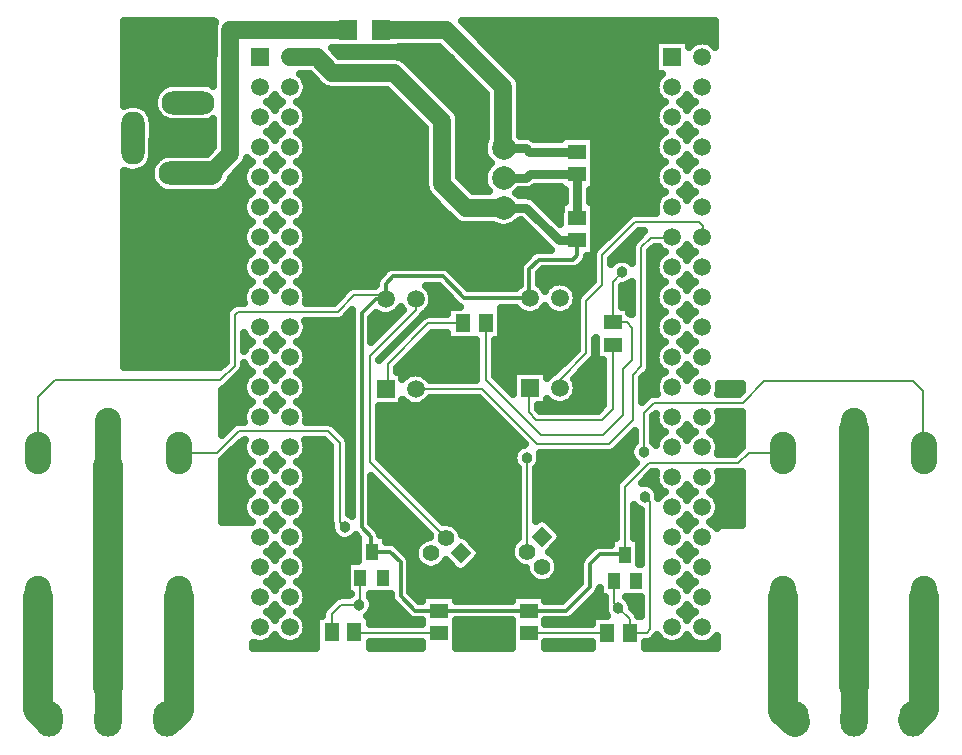
<source format=gbr>
G04 DipTrace 3.0.0.1*
G04 Top.gbr*
%MOIN*%
G04 #@! TF.FileFunction,Copper,L1,Top*
G04 #@! TF.Part,Single*
%AMOUTLINE0*5,1,4,0,0,0.070866,90.0*%
%AMOUTLINE3*5,1,4,0,0,0.070866,-180.0*%
G04 #@! TA.AperFunction,Conductor*
%ADD14C,0.008*%
%ADD15C,0.03*%
G04 #@! TA.AperFunction,ComponentPad*
%ADD16C,0.059055*%
G04 #@! TA.AperFunction,Conductor*
%ADD17C,0.06*%
%ADD18C,0.012*%
%ADD19C,0.090551*%
%ADD20C,0.1*%
%ADD21C,0.086614*%
G04 #@! TA.AperFunction,ComponentPad*
%ADD22C,0.07874*%
G04 #@! TA.AperFunction,CopperBalancing*
%ADD23C,0.025*%
G04 #@! TA.AperFunction,ComponentPad*
%ADD24O,0.090551X0.11811*%
%ADD25R,0.059055X0.051181*%
%ADD26R,0.062992X0.070866*%
G04 #@! TA.AperFunction,ComponentPad*
%ADD27O,0.177165X0.07874*%
%ADD28O,0.19685X0.07874*%
%ADD29O,0.07874X0.177165*%
%ADD30O,0.086614X0.141732*%
%ADD31R,0.051181X0.059055*%
G04 #@! TA.AperFunction,ComponentPad*
%ADD32R,0.059055X0.059055*%
%ADD33C,0.055118*%
%ADD34C,0.059055*%
%ADD36R,0.03937X0.055118*%
G04 #@! TA.AperFunction,ViaPad*
%ADD37C,0.038*%
G04 #@! TA.AperFunction,ComponentPad*
%ADD79OUTLINE0*%
%ADD82OUTLINE3*%
%FSLAX26Y26*%
G04*
G70*
G90*
G75*
G01*
G04 Top*
%LPD*%
X1477953Y876772D2*
D14*
Y936614D1*
X1510630Y969291D1*
X1570079D1*
X1574409Y1059055D2*
Y969291D1*
X1570079D1*
X969252Y1475906D2*
X1096772D1*
X1168110Y1547244D1*
X1466929D1*
X1504724Y1509449D1*
Y1244094D1*
X1521654Y1227165D1*
X2297244Y2184252D2*
D15*
X2234646D1*
X2127165Y2291732D1*
X2052756D1*
X2051575Y2290551D1*
D16*
X1992047D1*
D17*
X1925591D1*
X1846457Y2369685D1*
Y2581496D1*
X1686614Y2741339D1*
X1480709D1*
X1428346Y2793701D1*
X1338976D1*
X2297244Y2184252D2*
D18*
Y2133071D1*
X2283465Y2119291D1*
X2168504D1*
X2137795Y2088583D1*
Y1991732D1*
X2138583Y1990945D1*
X1920866D1*
X1848819Y2062992D1*
X1681890D1*
X1658268Y2039370D1*
Y1987402D1*
X1625591D1*
X1577953Y1939764D1*
Y1226378D1*
X1608661Y1195669D1*
Y1148819D1*
X1611811Y1145669D1*
X1673622D1*
X1707874Y1111417D1*
Y997638D1*
X1755906Y949606D1*
X1837008D1*
X2135039D1*
X2261024D1*
X2340157Y1028740D1*
Y1105118D1*
X2372047Y1137008D1*
X2455118D1*
X2456299Y1135827D1*
D14*
Y1361811D1*
X2534646Y1440157D1*
X2833858D1*
X2869291Y1475591D1*
X2983189D1*
X2983504Y1475906D1*
X499252D2*
Y1660669D1*
X556299Y1717717D1*
X1107480D1*
X1155906Y1766142D1*
Y1933858D1*
X1167323Y1945276D1*
X1498425D1*
X1553937Y2000787D1*
X1644882D1*
X1658268Y1987402D1*
X2297244Y2403937D2*
D15*
X2138583D1*
X2126772Y2392126D1*
X2053150D1*
X2051575Y2390551D1*
X2297244Y2259055D2*
Y2403937D1*
X1916535Y1906693D2*
D14*
X1801181D1*
X1664567Y1770079D1*
Y1693701D1*
X1658268Y1687402D1*
X2472047Y875197D2*
Y920079D1*
X2433465Y958661D1*
X2418898Y1049213D2*
Y973228D1*
X2433465Y958661D1*
X2472047Y875197D2*
X2529528D1*
X2540945Y886614D1*
Y1309843D1*
X2521260Y1329528D1*
X2519291Y1477165D2*
Y1609449D1*
X2551575Y1641732D1*
X2849213D1*
X2920866Y1713386D1*
X3416929D1*
X3450000Y1680315D1*
Y1479409D1*
X3453504Y1475906D1*
X1758268Y1987402D2*
Y1950394D1*
X1605512Y1797638D1*
Y1444488D1*
X1859843Y1190157D1*
X1991339Y1906693D2*
Y1718110D1*
X2175591Y1533858D1*
X2382283D1*
X2451181Y1602756D1*
Y1754724D1*
X2480315Y1783858D1*
Y1892520D1*
X2462205Y1910630D1*
X2414567D1*
Y2045276D1*
X2446457Y2077165D1*
X2414567Y1835827D2*
Y1620472D1*
X2379528Y1585433D1*
X2160630D1*
X2136220Y1609843D1*
Y1688583D1*
X2138583Y1690945D1*
X2129921Y1145276D2*
Y1457874D1*
X2129134Y1458661D1*
X1837008Y874803D2*
X1554724D1*
X1552756Y876772D1*
X734252Y589370D2*
D19*
Y696063D1*
D20*
Y1432677D1*
D21*
Y1555906D1*
X2135039Y874803D2*
D14*
X2396850D1*
X2397244Y875197D1*
X3218110Y589370D2*
D19*
Y698425D1*
D20*
Y1555512D1*
D21*
X3218504Y1555906D1*
X3414961Y589370D2*
D19*
Y583465D1*
D20*
X3453504Y622008D1*
Y995906D1*
X931102Y589370D2*
D19*
X940551D1*
D20*
X969252Y618071D1*
Y995906D1*
X3021260Y589370D2*
D19*
Y577953D1*
D20*
X2983504Y615709D1*
Y995906D1*
X1000394Y2406299D2*
D22*
X1077559D1*
D17*
X1140945Y2469685D1*
Y2885827D1*
X1533071D1*
X1643307D2*
X1861024D1*
X2050787Y2696063D1*
Y2491339D1*
D16*
X2051575Y2490551D1*
X2297244Y2478740D2*
D15*
X2137008D1*
X2125591Y2490157D1*
X2051969D1*
X2051575Y2490551D1*
X537402Y589370D2*
D19*
X531890D1*
D20*
X499252Y622008D1*
Y995906D1*
X1758268Y1687402D2*
D14*
X1981102D1*
X2163780Y1504724D1*
X2402362D1*
X2482283Y1584646D1*
Y1736220D1*
X2510236Y1764173D1*
Y2160630D1*
X2542520Y2192913D1*
X2612992D1*
X2613780Y2193701D1*
X2238583Y1690945D2*
Y1719291D1*
X2325984Y1806693D1*
Y1980315D1*
X2380315Y2034646D1*
Y2134646D1*
X2490157Y2244488D1*
X2702362D1*
X2714961Y2231890D1*
Y2194882D1*
X2713780Y2193701D1*
D37*
X1570079Y969291D3*
X1521654Y1227165D3*
X2433465Y958661D3*
X2521260Y1329528D3*
X2519291Y1477165D3*
X2446457Y2077165D3*
X2129134Y1458661D3*
X789022Y2889387D2*
D23*
X1082070D1*
X1939852D2*
X2754286D1*
X789022Y2864518D2*
X1081971D1*
X1964706D2*
X2754286D1*
X789022Y2839650D2*
X1081971D1*
X1989608D2*
X2555262D1*
X789022Y2814781D2*
X1081971D1*
X1489656D2*
X1849696D1*
X2014462D2*
X2555262D1*
X789022Y2789912D2*
X1081971D1*
X1717978D2*
X1874550D1*
X2039315D2*
X2555262D1*
X789022Y2765043D2*
X1081971D1*
X1745322D2*
X1899403D1*
X2064218D2*
X2555262D1*
X789022Y2740175D2*
X1081971D1*
X1770175D2*
X1924306D1*
X2089071D2*
X2555262D1*
X789022Y2715306D2*
X1081971D1*
X1393172D2*
X1424354D1*
X1795028D2*
X1949159D1*
X2106406D2*
X2559608D1*
X789022Y2690437D2*
X903504D1*
X1397420D2*
X1453699D1*
X1819930D2*
X1974012D1*
X2109774D2*
X2555360D1*
X789022Y2665568D2*
X887000D1*
X1389902D2*
X1679970D1*
X1844783D2*
X1991786D1*
X2109774D2*
X2562831D1*
X789022Y2640699D2*
X882850D1*
X1271982D2*
X1305995D1*
X1371982D2*
X1704871D1*
X1869638D2*
X1991786D1*
X2109774D2*
X2580799D1*
X2646786D2*
X2680799D1*
X868416Y2615831D2*
X888466D1*
X1392928D2*
X1729726D1*
X1893807D2*
X1991786D1*
X2109774D2*
X2559803D1*
X881406Y2590962D2*
X907703D1*
X1397420D2*
X1754579D1*
X1904647D2*
X1991786D1*
X2109774D2*
X2555311D1*
X883699Y2566093D2*
X1081971D1*
X1390243D2*
X1779482D1*
X1905428D2*
X1991786D1*
X2109774D2*
X2562538D1*
X883699Y2541224D2*
X1081971D1*
X1271151D2*
X1306824D1*
X1371151D2*
X1787490D1*
X1905428D2*
X1991786D1*
X2109774D2*
X2581630D1*
X2645955D2*
X2681630D1*
X883699Y2516356D2*
X1081971D1*
X1392734D2*
X1787490D1*
X1905428D2*
X1988466D1*
X2355770D2*
X2560047D1*
X883699Y2491487D2*
X1080360D1*
X1397470D2*
X1787490D1*
X1905428D2*
X1983240D1*
X2355770D2*
X2555311D1*
X883163Y2466618D2*
X912391D1*
X1390535D2*
X1787490D1*
X1905428D2*
X1987734D1*
X2355770D2*
X2562244D1*
X874570Y2441749D2*
X883316D1*
X1192538D2*
X1207655D1*
X1270272D2*
X1307655D1*
X1370272D2*
X1787490D1*
X1905428D2*
X2004823D1*
X2355770D2*
X2582459D1*
X2645076D2*
X2682459D1*
X848446Y2416881D2*
X873818D1*
X1170516D2*
X1185487D1*
X1392490D2*
X1787490D1*
X1905428D2*
X1988710D1*
X2355770D2*
X2560291D1*
X789022Y2392012D2*
X874550D1*
X1145663D2*
X1180507D1*
X1397470D2*
X1787490D1*
X1906503D2*
X1983240D1*
X2355770D2*
X2555262D1*
X789022Y2367143D2*
X885878D1*
X1133016D2*
X1187147D1*
X1390780D2*
X1787538D1*
X1931406D2*
X1987490D1*
X2355770D2*
X2561951D1*
X789022Y2342274D2*
X923378D1*
X1095516D2*
X1208583D1*
X1269394D2*
X1308583D1*
X1369394D2*
X1794570D1*
X2098886D2*
X2253260D1*
X2341219D2*
X2583387D1*
X2644198D2*
X2683387D1*
X789022Y2317406D2*
X1185731D1*
X1392244D2*
X1816346D1*
X2162655D2*
X2253260D1*
X2341219D2*
X2560535D1*
X789022Y2292537D2*
X1180458D1*
X1397470D2*
X1841199D1*
X2187558D2*
X2238710D1*
X2355770D2*
X2555262D1*
X789022Y2267668D2*
X1186854D1*
X1391072D2*
X1866102D1*
X2212411D2*
X2238710D1*
X2355770D2*
X2467860D1*
X789022Y2242799D2*
X1209510D1*
X1268466D2*
X1309510D1*
X1368466D2*
X1892908D1*
X2099423D2*
X2114932D1*
X2355770D2*
X2442860D1*
X789022Y2217930D2*
X1185975D1*
X1392000D2*
X2139783D1*
X2355770D2*
X2417958D1*
X789022Y2193062D2*
X1180458D1*
X1397470D2*
X2164638D1*
X2355770D2*
X2393104D1*
X2484335D2*
X2497059D1*
X789022Y2168193D2*
X1186610D1*
X1391366D2*
X2189539D1*
X2355770D2*
X2368251D1*
X2459482D2*
X2478211D1*
X789022Y2143324D2*
X1210487D1*
X1267490D2*
X1310487D1*
X1367490D2*
X2144130D1*
X2434627D2*
X2477235D1*
X2543222D2*
X2585291D1*
X2642294D2*
X2685291D1*
X789022Y2118455D2*
X1186219D1*
X1391707D2*
X2119227D1*
X2328768D2*
X2347303D1*
X2413290D2*
X2424891D1*
X2468075D2*
X2477265D1*
X2543222D2*
X2561024D1*
X789022Y2093587D2*
X1180458D1*
X1397518D2*
X1668446D1*
X1862264D2*
X2103211D1*
X2305819D2*
X2347303D1*
X2543222D2*
X2555262D1*
X789022Y2068718D2*
X1186318D1*
X1391610D2*
X1639150D1*
X1891562D2*
X2102822D1*
X2172811D2*
X2347303D1*
X2543222D2*
X2561122D1*
X789022Y2043849D2*
X1210927D1*
X1267050D2*
X1310927D1*
X1367050D2*
X1623572D1*
X1916415D2*
X2102822D1*
X2172811D2*
X2217664D1*
X2259482D2*
X2343886D1*
X2543222D2*
X2585731D1*
X2641854D2*
X2685731D1*
X789022Y2018980D2*
X1186463D1*
X1391463D2*
X1526503D1*
X1807039D2*
X1844374D1*
X2289559D2*
X2319031D1*
X2447567D2*
X2477235D1*
X2543222D2*
X2561268D1*
X789022Y1994112D2*
X1180458D1*
X1397518D2*
X1501650D1*
X1816366D2*
X1869227D1*
X2447567D2*
X2477235D1*
X2543222D2*
X2555262D1*
X789022Y1969243D2*
X1145986D1*
X1813778D2*
X1894130D1*
X2447567D2*
X2477235D1*
X2543222D2*
X2560878D1*
X789022Y1944374D2*
X1124794D1*
X1696639D2*
X1706630D1*
X1796639D2*
X1861951D1*
X2045907D2*
X2104970D1*
X2172226D2*
X2204970D1*
X2272226D2*
X2293007D1*
X2543222D2*
X2584706D1*
X2642831D2*
X2684706D1*
X789022Y1919505D2*
X1122890D1*
X1517244D2*
X1542958D1*
X1612948D2*
X1681776D1*
X2045907D2*
X2293007D1*
X2543222D2*
X2561562D1*
X789022Y1894636D2*
X1122890D1*
X1397470D2*
X1542958D1*
X1612948D2*
X1656874D1*
X2045907D2*
X2293007D1*
X2543222D2*
X2555262D1*
X789022Y1869768D2*
X1122890D1*
X1392147D2*
X1542958D1*
X1612948D2*
X1632020D1*
X1809871D2*
X1861951D1*
X2045907D2*
X2293007D1*
X2543222D2*
X2560634D1*
X789022Y1844899D2*
X1122890D1*
X1188875D2*
X1208974D1*
X1269003D2*
X1308974D1*
X1369003D2*
X1542958D1*
X1785018D2*
X1958339D1*
X2024324D2*
X2293007D1*
X2543222D2*
X2583778D1*
X2643807D2*
X2683778D1*
X789022Y1820030D2*
X1122890D1*
X1390927D2*
X1542958D1*
X1760164D2*
X1958339D1*
X2024324D2*
X2293007D1*
X2543222D2*
X2561854D1*
X789022Y1795161D2*
X1122890D1*
X1397470D2*
X1542958D1*
X1735262D2*
X1958339D1*
X2024324D2*
X2268836D1*
X2543222D2*
X2555262D1*
X789022Y1770293D2*
X1114442D1*
X1392391D2*
X1542958D1*
X1710408D2*
X1958339D1*
X2024324D2*
X2243983D1*
X2335214D2*
X2381580D1*
X2543222D2*
X2560390D1*
X1180770Y1745424D2*
X1208046D1*
X1269882D2*
X1308046D1*
X1369882D2*
X1542958D1*
X1697567D2*
X1958339D1*
X2024324D2*
X2080067D1*
X2197079D2*
X2219080D1*
X2310360D2*
X2381580D1*
X2536776D2*
X2582850D1*
X2644686D2*
X2682850D1*
X1155966Y1720555D2*
X1187294D1*
X1390634D2*
X1542958D1*
X1805916D2*
X1958339D1*
X2034530D2*
X2080067D1*
X2288631D2*
X2381580D1*
X2515291D2*
X2562098D1*
X1131063Y1695686D2*
X1180507D1*
X1397470D2*
X1542958D1*
X2059383D2*
X2080067D1*
X2296883D2*
X2381580D1*
X2515291D2*
X2555311D1*
X2772274D2*
X2843642D1*
X1116171Y1670818D2*
X1185340D1*
X1392587D2*
X1542958D1*
X2293367D2*
X2381580D1*
X2515291D2*
X2539930D1*
X1116171Y1645949D2*
X1207167D1*
X1270760D2*
X1307167D1*
X1370760D2*
X1542958D1*
X1798446D2*
X1976942D1*
X2274471D2*
X2381580D1*
X1116171Y1621080D2*
X1187587D1*
X1390340D2*
X1542958D1*
X1638486D2*
X2001795D1*
X2170614D2*
X2369570D1*
X1116171Y1596211D2*
X1180507D1*
X1397420D2*
X1542958D1*
X1638486D2*
X2026650D1*
X2772226D2*
X2843642D1*
X1116171Y1571343D2*
X1146912D1*
X1488094D2*
X1542958D1*
X1638486D2*
X2051551D1*
X2552303D2*
X2559933D1*
X2767635D2*
X2843642D1*
X1513339Y1546474D2*
X1542958D1*
X1638486D2*
X2076406D1*
X2552303D2*
X2581142D1*
X2646395D2*
X2681142D1*
X2746395D2*
X2843642D1*
X1535164Y1521605D2*
X1542959D1*
X1638486D2*
X2101259D1*
X2464852D2*
X2486318D1*
X2552303D2*
X2562731D1*
X2764852D2*
X2843642D1*
X1163240Y1496736D2*
X1180555D1*
X1397420D2*
X1471718D1*
X1638486D2*
X2101747D1*
X2439999D2*
X2475722D1*
X2772226D2*
X2843642D1*
X1138339Y1471867D2*
X1184902D1*
X1393075D2*
X1471718D1*
X1638486D2*
X2083094D1*
X2175155D2*
X2471619D1*
X2767879D2*
X2819959D1*
X1116171Y1446999D2*
X1205555D1*
X1272420D2*
X1305555D1*
X1372420D2*
X1471718D1*
X1648642D2*
X2082655D1*
X2175594D2*
X2482752D1*
X1116171Y1422130D2*
X1188222D1*
X1389755D2*
X1471718D1*
X1673495D2*
X2096912D1*
X2162899D2*
X2470986D1*
X1116171Y1397261D2*
X1180555D1*
X1397371D2*
X1471718D1*
X1698348D2*
X2096912D1*
X2162899D2*
X2446131D1*
X2537362D2*
X2555360D1*
X2772176D2*
X2843642D1*
X1116171Y1372392D2*
X1184656D1*
X1393270D2*
X1471718D1*
X1612948D2*
X1631971D1*
X1723251D2*
X2096912D1*
X2162899D2*
X2425184D1*
X2538974D2*
X2559462D1*
X2768075D2*
X2843642D1*
X1116171Y1347524D2*
X1204774D1*
X1273202D2*
X1304774D1*
X1373202D2*
X1471718D1*
X1612948D2*
X1656874D1*
X1748104D2*
X2096912D1*
X2162899D2*
X2423328D1*
X2565535D2*
X2579588D1*
X2648007D2*
X2679579D1*
X2748007D2*
X2843642D1*
X1116171Y1322655D2*
X1188514D1*
X1389412D2*
X1471718D1*
X1612948D2*
X1681727D1*
X1772958D2*
X2096912D1*
X2162899D2*
X2423328D1*
X2764218D2*
X2843642D1*
X1116171Y1297786D2*
X1180604D1*
X1397323D2*
X1471718D1*
X1612948D2*
X1706580D1*
X1797860D2*
X2096912D1*
X2162899D2*
X2423328D1*
X2772127D2*
X2843642D1*
X1116171Y1272917D2*
X1184462D1*
X1393514D2*
X1471718D1*
X1612948D2*
X1731483D1*
X1822714D2*
X2096912D1*
X2162899D2*
X2423328D1*
X2489315D2*
X2507948D1*
X2768319D2*
X2843642D1*
X1116171Y1248049D2*
X1203992D1*
X1273934D2*
X1303992D1*
X1373934D2*
X1471718D1*
X1612948D2*
X1756336D1*
X1847567D2*
X2096912D1*
X2202547D2*
X2423328D1*
X2489315D2*
X2507948D1*
X2648739D2*
X2678798D1*
X2748739D2*
X2843642D1*
X1389119Y1223180D2*
X1473818D1*
X1629598D2*
X1781190D1*
X1905135D2*
X2096912D1*
X2227402D2*
X2423328D1*
X2489315D2*
X2507948D1*
X1397323Y1198311D2*
X1483974D1*
X1660507D2*
X1803895D1*
X1925986D2*
X2096912D1*
X2244150D2*
X2423328D1*
X2489315D2*
X2507948D1*
X1393710Y1173442D2*
X1563123D1*
X1692978D2*
X1764735D1*
X1951962D2*
X2081287D1*
X2233504D2*
X2407606D1*
X1274667Y1148573D2*
X1303260D1*
X1374667D2*
X1563123D1*
X1719150D2*
X1753944D1*
X1972908D2*
X2073475D1*
X2208602D2*
X2335146D1*
X2649471D2*
X2678066D1*
X1388778Y1123705D2*
X1563123D1*
X1740438D2*
X1755848D1*
X1968563D2*
X2077870D1*
X2228378D2*
X2311024D1*
X1397274Y1098836D2*
X1525722D1*
X1742879D2*
X1772499D1*
X1847176D2*
X1875770D1*
X1943906D2*
X2099744D1*
X2236336D2*
X2305164D1*
X1393906Y1073967D2*
X1525722D1*
X1742879D2*
X2127772D1*
X2232088D2*
X2305164D1*
X1275350Y1049098D2*
X1302576D1*
X1375350D2*
X1525722D1*
X1742879D2*
X2149306D1*
X2210507D2*
X2305164D1*
X2650155D2*
X2677382D1*
X1388436Y1024230D2*
X1525722D1*
X1742879D2*
X2287196D1*
X1397226Y999361D2*
X1503066D1*
X1607382D2*
X1672890D1*
X1754598D2*
X1778504D1*
X1895516D2*
X2076503D1*
X2193563D2*
X2262343D1*
X2359238D2*
X2370203D1*
X1394100Y974492D2*
X1470203D1*
X1617782D2*
X1682558D1*
X2334383D2*
X2385927D1*
X2478622D2*
X2507948D1*
X1276034Y949623D2*
X1301894D1*
X1376034D2*
X1447890D1*
X1613583D2*
X1707459D1*
X2309482D2*
X2386366D1*
X2488143D2*
X2507948D1*
X2650839D2*
X2676698D1*
X1388094Y924755D2*
X1423378D1*
X1607332D2*
X1732459D1*
X2284432D2*
X2342664D1*
X1397176Y899886D2*
X1423378D1*
X1895516D2*
X2076503D1*
X1394295Y875017D2*
X1423378D1*
X1895516D2*
X2076503D1*
X1276718Y850148D2*
X1301259D1*
X1376718D2*
X1423378D1*
X1895516D2*
X2076503D1*
X2549423D2*
X2576063D1*
X2651522D2*
X2676063D1*
X2253724Y2530823D2*
X2353264D1*
Y2351854D1*
X2338762D1*
X2338736Y2311114D1*
X2353264Y2311138D1*
Y2148688D1*
X2357129Y2154449D1*
X2468596Y2266050D1*
X2474226Y2270487D1*
X2480735Y2273488D1*
X2487765Y2274886D1*
X2561007Y2274980D1*
X2559308Y2280623D1*
X2557933Y2289306D1*
Y2298096D1*
X2559308Y2306778D1*
X2562024Y2315139D1*
X2566014Y2322971D1*
X2571182Y2330083D1*
X2577398Y2336298D1*
X2584509Y2341466D1*
X2588348Y2343787D1*
X2580852Y2348381D1*
X2574168Y2354089D1*
X2568459Y2360773D1*
X2563866Y2368269D1*
X2560501Y2376390D1*
X2558450Y2384937D1*
X2557760Y2393701D1*
X2558450Y2402465D1*
X2560501Y2411012D1*
X2563866Y2419133D1*
X2568459Y2426629D1*
X2574168Y2433312D1*
X2580852Y2439021D1*
X2588518Y2443694D1*
X2580852Y2448381D1*
X2574168Y2454089D1*
X2568459Y2460773D1*
X2563866Y2468269D1*
X2560501Y2476390D1*
X2558450Y2484937D1*
X2557760Y2493701D1*
X2558450Y2502465D1*
X2560501Y2511012D1*
X2563866Y2519133D1*
X2568459Y2526629D1*
X2574168Y2533312D1*
X2580852Y2539021D1*
X2588518Y2543694D1*
X2580852Y2548381D1*
X2574168Y2554089D1*
X2568459Y2560773D1*
X2563866Y2568269D1*
X2560501Y2576390D1*
X2558450Y2584937D1*
X2557760Y2593701D1*
X2558450Y2602465D1*
X2560501Y2611012D1*
X2563866Y2619133D1*
X2568459Y2626629D1*
X2574168Y2633312D1*
X2580852Y2639021D1*
X2588518Y2643694D1*
X2580852Y2648381D1*
X2574168Y2654089D1*
X2568459Y2660773D1*
X2563866Y2668269D1*
X2560501Y2676390D1*
X2558450Y2684937D1*
X2557760Y2693701D1*
X2558450Y2702465D1*
X2560501Y2711012D1*
X2563866Y2719133D1*
X2568459Y2726629D1*
X2574168Y2733312D1*
X2579138Y2737671D1*
X2557760Y2737681D1*
Y2849720D1*
X2669799D1*
Y2828382D1*
X2674168Y2833312D1*
X2680852Y2839021D1*
X2688348Y2843614D1*
X2696469Y2846979D1*
X2705016Y2849030D1*
X2713780Y2849720D1*
X2722543Y2849030D1*
X2731091Y2846979D1*
X2739211Y2843614D1*
X2746707Y2839021D1*
X2753391Y2833312D1*
X2756770Y2829583D1*
X2756776Y2914222D1*
X1912488Y2914256D1*
X2093744Y2732752D1*
X2098955Y2725580D1*
X2102979Y2717681D1*
X2105719Y2709251D1*
X2107105Y2700495D1*
X2107280Y2646063D1*
Y2531659D1*
X2128846Y2531521D1*
X2135277Y2530503D1*
X2141469Y2528491D1*
X2147270Y2525535D1*
X2152547Y2521699D1*
X2162008Y2520232D1*
X2241256D1*
X2241224Y2530823D1*
X2253724D1*
X2255755Y2351854D2*
X2241224D1*
Y2362450D1*
X2155789Y2362445D1*
X2151160Y2358558D1*
X2145609Y2355156D1*
X2139593Y2352664D1*
X2133262Y2351144D1*
X2126772Y2350634D1*
X2103969D1*
X2098147Y2343979D1*
X2094453Y2340566D1*
X2101744Y2333214D1*
X2130421Y2333097D1*
X2136852Y2332077D1*
X2143043Y2330066D1*
X2148845Y2327110D1*
X2154113Y2323283D1*
X2227215Y2250361D1*
X2241198Y2236378D1*
X2241224Y2311138D1*
X2255727D1*
X2255752Y2351878D1*
X2349797Y2132169D2*
X2329680D1*
X2328839Y2125486D1*
X2326194Y2118320D1*
X2321951Y2111969D1*
X2304567Y2094584D1*
X2298215Y2090341D1*
X2291050Y2087697D1*
X2283465Y2086799D1*
X2181951D1*
X2170315Y2075151D1*
X2170287Y2037167D1*
X2178194Y2030556D1*
X2183903Y2023873D1*
X2188576Y2016206D1*
X2193262Y2023873D1*
X2198971Y2030556D1*
X2205655Y2036265D1*
X2213151Y2040858D1*
X2221272Y2044223D1*
X2229819Y2046274D1*
X2238583Y2046965D1*
X2247346Y2046274D1*
X2255894Y2044223D1*
X2264014Y2040858D1*
X2271510Y2036265D1*
X2278194Y2030556D1*
X2283903Y2023873D1*
X2288496Y2016377D1*
X2291861Y2008256D1*
X2293912Y1999709D1*
X2294602Y1990945D1*
X2293912Y1982181D1*
X2291861Y1973634D1*
X2288496Y1965513D1*
X2283903Y1958017D1*
X2278194Y1951333D1*
X2271510Y1945625D1*
X2264014Y1941031D1*
X2255894Y1937667D1*
X2247346Y1935615D1*
X2238583Y1934925D1*
X2229819Y1935615D1*
X2221272Y1937667D1*
X2213151Y1941031D1*
X2205655Y1945625D1*
X2198971Y1951333D1*
X2193262Y1958017D1*
X2188589Y1965684D1*
X2183903Y1958017D1*
X2178194Y1951333D1*
X2171510Y1945625D1*
X2164014Y1941031D1*
X2155894Y1937667D1*
X2147346Y1935615D1*
X2138583Y1934925D1*
X2129819Y1935615D1*
X2121272Y1937667D1*
X2113151Y1941031D1*
X2105655Y1945625D1*
X2098971Y1951333D1*
X2092966Y1958461D1*
X2043416Y1958453D1*
X2043421Y1850673D1*
X2021790D1*
X2021831Y1730765D1*
X2082541Y1670031D1*
X2082563Y1746965D1*
X2194602D1*
Y1725626D1*
X2198971Y1730556D1*
X2205655Y1736265D1*
X2213151Y1740858D1*
X2219869Y1743705D1*
X2295500Y1819332D1*
X2295587Y1982707D1*
X2296984Y1989738D1*
X2299986Y1996247D1*
X2304423Y2001877D1*
X2349825Y2047278D1*
X2349823Y2132155D1*
X1585346Y2823902D2*
X1478030D1*
X1504097Y2797843D1*
X1691046Y2797656D1*
X1699802Y2796270D1*
X1708232Y2793530D1*
X1716131Y2789507D1*
X1723303Y2784295D1*
X1761916Y2745929D1*
X1889413Y2618185D1*
X1894625Y2611013D1*
X1898648Y2603114D1*
X1901388Y2594684D1*
X1902774Y2585928D1*
X1902949Y2531496D1*
Y2393068D1*
X1949000Y2347034D1*
X1996497Y2346867D1*
X2001493Y2347777D1*
X1995419Y2356138D1*
X1990726Y2365346D1*
X1987533Y2375176D1*
X1985916Y2385383D1*
Y2395719D1*
X1987533Y2405927D1*
X1990726Y2415756D1*
X1995419Y2424965D1*
X2001493Y2433325D1*
X2008697Y2440537D1*
X2001493Y2447777D1*
X1995419Y2456138D1*
X1990726Y2465346D1*
X1987533Y2475176D1*
X1985916Y2485383D1*
Y2495719D1*
X1987533Y2505927D1*
X1990726Y2515756D1*
X1994303Y2522972D1*
X1994295Y2672638D1*
X1837621Y2829337D1*
X1701307Y2829335D1*
X1701295Y2823902D1*
X1585319Y2823950D1*
X951201Y2576659D2*
X940878Y2577469D1*
X930828Y2579881D1*
X921281Y2583836D1*
X912469Y2589236D1*
X904609Y2595948D1*
X897898Y2603807D1*
X892497Y2612619D1*
X888542Y2622167D1*
X886130Y2632217D1*
X885319Y2642520D1*
X886130Y2652823D1*
X888542Y2662873D1*
X892497Y2672420D1*
X897898Y2681232D1*
X904609Y2689092D1*
X912469Y2695803D1*
X921281Y2701203D1*
X930828Y2705159D1*
X940878Y2707571D1*
X951201Y2708381D1*
X1054774Y2708178D1*
X1064982Y2706562D1*
X1074811Y2703369D1*
X1084440Y2698396D1*
X1084627Y2890259D1*
X1086013Y2899014D1*
X1088753Y2907445D1*
X1090618Y2911488D1*
X1081776Y2914256D1*
X786512D1*
X786531Y2632860D1*
X795001Y2636261D1*
X805051Y2638673D1*
X815354Y2639484D1*
X825657Y2638673D1*
X835707Y2636261D1*
X845255Y2632306D1*
X854067Y2626906D1*
X861927Y2620194D1*
X868638Y2612335D1*
X874038Y2603522D1*
X877993Y2593975D1*
X880406Y2583925D1*
X881217Y2573622D1*
X881013Y2470029D1*
X879396Y2459822D1*
X876203Y2449992D1*
X871510Y2440783D1*
X865436Y2432423D1*
X858129Y2425115D1*
X849768Y2419041D1*
X840559Y2414348D1*
X830730Y2411155D1*
X820522Y2409538D1*
X810186D1*
X799979Y2411155D1*
X790150Y2414348D1*
X786535Y2416014D1*
X786531Y1760496D1*
X1107186Y1760531D1*
X1125383Y1778741D1*
X1125508Y1936251D1*
X1126906Y1943281D1*
X1129907Y1949790D1*
X1134344Y1955420D1*
X1147520Y1968462D1*
X1153480Y1972444D1*
X1160205Y1974925D1*
X1167323Y1975768D1*
X1185927D1*
X1183647Y1984937D1*
X1182957Y1993701D1*
X1183647Y2002465D1*
X1185698Y2011012D1*
X1189063Y2019133D1*
X1193656Y2026629D1*
X1199365Y2033312D1*
X1206049Y2039021D1*
X1213715Y2043694D1*
X1206049Y2048381D1*
X1199365Y2054089D1*
X1193656Y2060773D1*
X1189063Y2068269D1*
X1185698Y2076390D1*
X1183647Y2084937D1*
X1182957Y2093701D1*
X1183647Y2102465D1*
X1185698Y2111012D1*
X1189063Y2119133D1*
X1193656Y2126629D1*
X1199365Y2133312D1*
X1206049Y2139021D1*
X1213715Y2143694D1*
X1206049Y2148381D1*
X1199365Y2154089D1*
X1193656Y2160773D1*
X1189063Y2168269D1*
X1185698Y2176390D1*
X1183647Y2184937D1*
X1182957Y2193701D1*
X1183647Y2202465D1*
X1185698Y2211012D1*
X1189063Y2219133D1*
X1193656Y2226629D1*
X1199365Y2233312D1*
X1206049Y2239021D1*
X1213715Y2243694D1*
X1206049Y2248381D1*
X1199365Y2254089D1*
X1193656Y2260773D1*
X1189063Y2268269D1*
X1185698Y2276390D1*
X1183647Y2284937D1*
X1182957Y2293701D1*
X1183647Y2302465D1*
X1185698Y2311012D1*
X1189063Y2319133D1*
X1193656Y2326629D1*
X1199365Y2333312D1*
X1206049Y2339021D1*
X1213715Y2343694D1*
X1206049Y2348381D1*
X1199365Y2354089D1*
X1193656Y2360773D1*
X1189063Y2368269D1*
X1185698Y2376390D1*
X1183647Y2384937D1*
X1182957Y2393701D1*
X1183647Y2402465D1*
X1185698Y2411012D1*
X1189063Y2419133D1*
X1193656Y2426629D1*
X1199365Y2433312D1*
X1206049Y2439021D1*
X1213715Y2443694D1*
X1206049Y2448381D1*
X1199365Y2454089D1*
X1196134Y2457630D1*
X1193136Y2448067D1*
X1189113Y2440168D1*
X1183902Y2432996D1*
X1141427Y2390276D1*
X1138408Y2381094D1*
X1133715Y2371886D1*
X1127640Y2363525D1*
X1120333Y2356218D1*
X1111972Y2350143D1*
X1102764Y2345450D1*
X1092934Y2342257D1*
X1082727Y2340640D1*
X1046949Y2340437D1*
X936171Y2340640D1*
X925963Y2342257D1*
X916134Y2345450D1*
X906925Y2350143D1*
X898564Y2356218D1*
X891257Y2363525D1*
X885182Y2371886D1*
X880490Y2381094D1*
X877297Y2390924D1*
X875680Y2401131D1*
Y2411467D1*
X877297Y2421675D1*
X880490Y2431504D1*
X885182Y2440713D1*
X891257Y2449073D1*
X898564Y2456381D1*
X906925Y2462455D1*
X916134Y2467148D1*
X925963Y2470341D1*
X936171Y2471958D1*
X978839Y2472161D1*
X1063529D1*
X1084466Y2493098D1*
X1084453Y2586629D1*
X1074811Y2581671D1*
X1064982Y2578478D1*
X1054774Y2576861D1*
X1012106Y2576657D1*
X951181Y2576706D1*
X1438370Y932791D2*
X1447501D1*
X1447836Y941385D1*
X1449782Y948283D1*
X1453285Y954537D1*
X1456391Y958176D1*
X1490827Y992478D1*
X1496787Y996459D1*
X1503512Y998941D1*
X1510630Y999783D1*
X1536362D1*
X1541948Y1004999D1*
X1528232Y1005004D1*
Y1113106D1*
X1565587D1*
X1565634Y1192726D1*
X1558236Y1200144D1*
X1553822Y1194997D1*
X1548394Y1190362D1*
X1542307Y1186631D1*
X1535711Y1183900D1*
X1528770Y1182234D1*
X1521654Y1181673D1*
X1514537Y1182234D1*
X1507596Y1183900D1*
X1501000Y1186631D1*
X1494913Y1190362D1*
X1489486Y1194997D1*
X1484850Y1200425D1*
X1481119Y1206512D1*
X1478388Y1213108D1*
X1476722Y1220049D1*
X1476161Y1227165D1*
X1476513Y1232522D1*
X1474608Y1239324D1*
X1474232Y1244094D1*
Y1496780D1*
X1454264Y1516786D1*
X1390025Y1516752D1*
X1392255Y1511012D1*
X1394306Y1502465D1*
X1394996Y1493701D1*
X1394306Y1484937D1*
X1392255Y1476390D1*
X1388890Y1468269D1*
X1384297Y1460773D1*
X1378588Y1454089D1*
X1371904Y1448381D1*
X1364238Y1443707D1*
X1371904Y1439021D1*
X1378588Y1433312D1*
X1384297Y1426629D1*
X1388890Y1419133D1*
X1392255Y1411012D1*
X1394306Y1402465D1*
X1394996Y1393701D1*
X1394306Y1384937D1*
X1392255Y1376390D1*
X1388890Y1368269D1*
X1384297Y1360773D1*
X1378588Y1354089D1*
X1371904Y1348381D1*
X1364238Y1343707D1*
X1371904Y1339021D1*
X1378588Y1333312D1*
X1384297Y1326629D1*
X1388890Y1319133D1*
X1392255Y1311012D1*
X1394306Y1302465D1*
X1394996Y1293701D1*
X1394306Y1284937D1*
X1392255Y1276390D1*
X1388890Y1268269D1*
X1384297Y1260773D1*
X1378588Y1254089D1*
X1371904Y1248381D1*
X1364238Y1243707D1*
X1371904Y1239021D1*
X1378588Y1233312D1*
X1384297Y1226629D1*
X1388890Y1219133D1*
X1392255Y1211012D1*
X1394306Y1202465D1*
X1394996Y1193701D1*
X1394306Y1184937D1*
X1392255Y1176390D1*
X1388890Y1168269D1*
X1384297Y1160773D1*
X1378588Y1154089D1*
X1371904Y1148381D1*
X1364238Y1143707D1*
X1371904Y1139021D1*
X1378588Y1133312D1*
X1384297Y1126629D1*
X1388890Y1119133D1*
X1392255Y1111012D1*
X1394306Y1102465D1*
X1394996Y1093701D1*
X1394306Y1084937D1*
X1392255Y1076390D1*
X1388890Y1068269D1*
X1384297Y1060773D1*
X1378588Y1054089D1*
X1371904Y1048381D1*
X1364238Y1043707D1*
X1371904Y1039021D1*
X1378588Y1033312D1*
X1384297Y1026629D1*
X1388890Y1019133D1*
X1392255Y1011012D1*
X1394306Y1002465D1*
X1394996Y993701D1*
X1394306Y984937D1*
X1392255Y976390D1*
X1388890Y968269D1*
X1384297Y960773D1*
X1378588Y954089D1*
X1371904Y948381D1*
X1364238Y943707D1*
X1371904Y939021D1*
X1378588Y933312D1*
X1384297Y926629D1*
X1388890Y919133D1*
X1392255Y911012D1*
X1394306Y902465D1*
X1394996Y893701D1*
X1394306Y884937D1*
X1392255Y876390D1*
X1388890Y868269D1*
X1384297Y860773D1*
X1378588Y854089D1*
X1371904Y848381D1*
X1364408Y843787D1*
X1356287Y840423D1*
X1347740Y838371D1*
X1338976Y837681D1*
X1330213Y838371D1*
X1321665Y840423D1*
X1313545Y843787D1*
X1306049Y848381D1*
X1299365Y854089D1*
X1293656Y860773D1*
X1288983Y868440D1*
X1284297Y860773D1*
X1278588Y854089D1*
X1271904Y848381D1*
X1264408Y843787D1*
X1256287Y840423D1*
X1247740Y838371D1*
X1238976Y837681D1*
X1230213Y838371D1*
X1221665Y840423D1*
X1217211Y842097D1*
X1217224Y825874D1*
X1425886Y825902D1*
X1425870Y932791D1*
X1438370D1*
X1597207D2*
X1604839D1*
Y905301D1*
X1780945Y905295D1*
X1780988Y917104D1*
X1753356Y917214D1*
X1745865Y918705D1*
X1738928Y921903D1*
X1732930Y926631D1*
X1683167Y976535D1*
X1678924Y982887D1*
X1676280Y990052D1*
X1675382Y997638D1*
Y1005010D1*
X1604913Y1005004D1*
X1606882Y996031D1*
X1610613Y989945D1*
X1613344Y983349D1*
X1615010Y976408D1*
X1615571Y969291D1*
X1615010Y962175D1*
X1613344Y955234D1*
X1610613Y948638D1*
X1606882Y942551D1*
X1602247Y937123D1*
X1597202Y932790D1*
X1604839Y844265D2*
Y825878D1*
X1780965Y825902D1*
X1780988Y844352D1*
X1604831Y844311D1*
X2500385Y931217D2*
X2510444D1*
X2510453Y995159D1*
X2460631Y995161D1*
X2465633Y990829D1*
X2470268Y985402D1*
X2473999Y979315D1*
X2476730Y972719D1*
X2478396Y965778D1*
X2478957Y958661D1*
X2478867Y956388D1*
X2495234Y939882D1*
X2499215Y933921D1*
X2500222Y931739D1*
X2524130Y844741D2*
Y825902D1*
X2761530D1*
X2761516Y864391D1*
X2756377Y857319D1*
X2750161Y851104D1*
X2743050Y845936D1*
X2735218Y841945D1*
X2726857Y839230D1*
X2718175Y837854D1*
X2709385D1*
X2700702Y839230D1*
X2692341Y841945D1*
X2684509Y845936D1*
X2677398Y851104D1*
X2671182Y857319D1*
X2666014Y864430D1*
X2663693Y868269D1*
X2659100Y860773D1*
X2653391Y854089D1*
X2646707Y848381D1*
X2639211Y843787D1*
X2631091Y840423D1*
X2622543Y838371D1*
X2613780Y837681D1*
X2605016Y838371D1*
X2596469Y840423D1*
X2588348Y843787D1*
X2580852Y848381D1*
X2574168Y854089D1*
X2568459Y860773D1*
X2564462Y867203D1*
X2549331Y852010D1*
X2543370Y848029D1*
X2536646Y845547D1*
X2529528Y844705D1*
X2524108D1*
X2357661Y931217D2*
X2397164D1*
X2392930Y938008D1*
X2390199Y944604D1*
X2388533Y951545D1*
X2387972Y958661D1*
X2388533Y965778D1*
X2388781Y968458D1*
X2388406Y973228D1*
Y995152D1*
X2372720Y995161D1*
X2372550Y1026190D1*
X2371059Y1018699D1*
X2367862Y1011762D1*
X2363133Y1005765D1*
X2282126Y924899D1*
X2275774Y920656D1*
X2268609Y918012D1*
X2261024Y917114D1*
X2191052D1*
X2191059Y905255D1*
X2345147Y905295D1*
X2345161Y931217D1*
X2357661D1*
X2345161Y825866D2*
Y844324D1*
X2191039Y844311D1*
X2191059Y825892D1*
X2345125Y825902D1*
X1695071Y1743421D2*
X1714287D1*
Y1722083D1*
X1718656Y1727013D1*
X1725340Y1732722D1*
X1732836Y1737315D1*
X1740957Y1740680D1*
X1749504Y1742731D1*
X1758268Y1743421D1*
X1767031Y1742731D1*
X1775579Y1740680D1*
X1783699Y1737315D1*
X1791196Y1732722D1*
X1797879Y1727013D1*
X1803588Y1720329D1*
X1805220Y1717886D1*
X1960846Y1718110D1*
Y1850678D1*
X1864453Y1850673D1*
Y1876210D1*
X1813850Y1876201D1*
X1695028Y1757417D1*
X1695059Y1743467D1*
X1714287Y1652747D2*
Y1631382D1*
X1636016D1*
X1636004Y1457159D1*
X1849874Y1243248D1*
X1855602Y1244042D1*
X1864083D1*
X1872461Y1242715D1*
X1880528Y1240094D1*
X1888084Y1236244D1*
X1894946Y1231259D1*
X1900944Y1225261D1*
X1905929Y1218399D1*
X1909780Y1210843D1*
X1912566Y1201946D1*
X1918029Y1200786D1*
X1923685Y1198178D1*
X1928581Y1194318D1*
X1966709Y1155730D1*
X1969751Y1150295D1*
X1971441Y1144302D1*
X1971686Y1138079D1*
X1970471Y1131971D1*
X1967864Y1126315D1*
X1964008Y1121425D1*
X1925415Y1083291D1*
X1919980Y1080249D1*
X1913987Y1078559D1*
X1907764Y1078314D1*
X1901656Y1079529D1*
X1896000Y1082136D1*
X1891110Y1085992D1*
X1859104Y1117997D1*
X1855929Y1111916D1*
X1850944Y1105054D1*
X1844946Y1099056D1*
X1838084Y1094071D1*
X1830528Y1090220D1*
X1822461Y1087600D1*
X1814083Y1086273D1*
X1805602D1*
X1797224Y1087600D1*
X1789157Y1090220D1*
X1781601Y1094071D1*
X1774739Y1099056D1*
X1768741Y1105054D1*
X1763756Y1111916D1*
X1759906Y1119472D1*
X1757285Y1127539D1*
X1755958Y1135917D1*
Y1144398D1*
X1757285Y1152776D1*
X1759906Y1160843D1*
X1763756Y1168399D1*
X1768741Y1175261D1*
X1774739Y1181259D1*
X1781601Y1186244D1*
X1789157Y1190094D1*
X1797224Y1192715D1*
X1805916Y1194054D1*
X1806757Y1200125D1*
X1610440Y1396438D1*
X1610445Y1239812D1*
X1633369Y1216772D1*
X1637612Y1210420D1*
X1640256Y1203255D1*
X1640755Y1200743D1*
X1657988Y1199720D1*
Y1178186D1*
X1676172Y1178062D1*
X1683663Y1176571D1*
X1690600Y1173373D1*
X1696597Y1168644D1*
X1732581Y1132520D1*
X1736824Y1126168D1*
X1739469Y1119003D1*
X1740366Y1111417D1*
Y1011076D1*
X1769346Y982115D1*
X1780954Y982098D1*
X1780988Y1001689D1*
X1893028D1*
Y982109D1*
X2079049Y982098D1*
X2079020Y1001689D1*
X2191059D1*
Y982109D1*
X2247588Y982098D1*
X2307689Y1042222D1*
X2307765Y1107668D1*
X2309256Y1115159D1*
X2312453Y1122096D1*
X2317182Y1128093D1*
X2350945Y1161715D1*
X2357297Y1165958D1*
X2364462Y1168602D1*
X2372047Y1169500D1*
X2410084D1*
X2410122Y1189878D1*
X2425797D1*
X2425902Y1364203D1*
X2427299Y1371234D1*
X2430301Y1377743D1*
X2434738Y1383373D1*
X2492087Y1440720D1*
X2487123Y1444997D1*
X2482488Y1450425D1*
X2478757Y1456512D1*
X2476026Y1463108D1*
X2474360Y1470049D1*
X2473799Y1477165D1*
X2474360Y1484282D1*
X2476026Y1491223D1*
X2478757Y1497819D1*
X2482488Y1503906D1*
X2487123Y1509333D1*
X2488794Y1510877D1*
X2488799Y1548014D1*
X2422165Y1481538D1*
X2416205Y1477555D1*
X2409480Y1475075D1*
X2402362Y1474232D1*
X2171845D1*
X2174066Y1465778D1*
X2174626Y1458661D1*
X2174066Y1451545D1*
X2172399Y1444604D1*
X2169668Y1438008D1*
X2165937Y1431921D1*
X2160411Y1425669D1*
X2160413Y1248646D1*
X2164349Y1252142D1*
X2169783Y1255184D1*
X2175777Y1256874D1*
X2182000Y1257119D1*
X2188108Y1255904D1*
X2193764Y1253297D1*
X2198654Y1249441D1*
X2236787Y1210848D1*
X2239829Y1205413D1*
X2241520Y1199420D1*
X2241765Y1193197D1*
X2240550Y1187089D1*
X2237942Y1181433D1*
X2234087Y1176543D1*
X2202081Y1144537D1*
X2208163Y1141362D1*
X2215025Y1136377D1*
X2221022Y1130379D1*
X2226008Y1123517D1*
X2229858Y1115961D1*
X2232479Y1107894D1*
X2233806Y1099516D1*
Y1091035D1*
X2232479Y1082657D1*
X2229858Y1074591D1*
X2226008Y1067034D1*
X2221022Y1060172D1*
X2215025Y1054175D1*
X2208163Y1049189D1*
X2200606Y1045339D1*
X2192539Y1042718D1*
X2184161Y1041391D1*
X2175681D1*
X2167303Y1042718D1*
X2159236Y1045339D1*
X2151680Y1049189D1*
X2144818Y1054175D1*
X2138820Y1060172D1*
X2133835Y1067034D1*
X2129984Y1074591D1*
X2127364Y1082657D1*
X2126025Y1091349D1*
X2117303Y1092718D1*
X2109236Y1095339D1*
X2101680Y1099189D1*
X2094818Y1104175D1*
X2088820Y1110172D1*
X2083835Y1117034D1*
X2079984Y1124591D1*
X2077364Y1132657D1*
X2076037Y1141035D1*
Y1149516D1*
X2077364Y1157894D1*
X2079984Y1165961D1*
X2083835Y1173517D1*
X2088820Y1180379D1*
X2094818Y1186377D1*
X2099433Y1189861D1*
X2099429Y1424231D1*
X2094542Y1429117D1*
X2090345Y1434892D1*
X2087105Y1441252D1*
X2084899Y1448042D1*
X2083782Y1455092D1*
Y1462231D1*
X2084899Y1469281D1*
X2087105Y1476071D1*
X2090345Y1482430D1*
X2094542Y1488206D1*
X2099589Y1493253D1*
X2105365Y1497450D1*
X2111724Y1500690D1*
X2118514Y1502896D1*
X2121840Y1503558D1*
X1968445Y1656936D1*
X1805272Y1656909D1*
X1800865Y1651020D1*
X1794650Y1644804D1*
X1787538Y1639636D1*
X1779706Y1635646D1*
X1771345Y1632930D1*
X1762663Y1631555D1*
X1753873D1*
X1745190Y1632930D1*
X1736829Y1635646D1*
X1728997Y1639636D1*
X1721886Y1644804D1*
X1715671Y1651020D1*
X1714298Y1652760D1*
X1814114Y1983007D2*
X1812739Y1974324D1*
X1810024Y1965963D1*
X1806033Y1958131D1*
X1800865Y1951020D1*
X1794650Y1944804D1*
X1786593Y1939108D1*
X1784266Y1934462D1*
X1779829Y1928832D1*
X1636025Y1785029D1*
X1637398Y1783921D1*
X1641381Y1789882D1*
X1779619Y1928255D1*
X1785249Y1932692D1*
X1791759Y1935693D1*
X1798789Y1937091D1*
X1864413Y1937185D1*
X1864453Y1962713D1*
X1904736D1*
X1899764Y1966238D1*
X1835364Y2030497D1*
X1794083Y2030500D1*
X1800865Y2023783D1*
X1806033Y2016672D1*
X1810024Y2008840D1*
X1812739Y2000479D1*
X1814114Y1991797D1*
Y1983007D1*
X1715728Y1950957D2*
X1710503Y1958131D1*
X1708181Y1961970D1*
X1703588Y1954474D1*
X1697879Y1947790D1*
X1691196Y1942081D1*
X1683699Y1937488D1*
X1675579Y1934123D1*
X1667031Y1932072D1*
X1658268Y1931382D1*
X1649504Y1932072D1*
X1640957Y1934123D1*
X1632836Y1937488D1*
X1625869Y1941727D1*
X1610413Y1926274D1*
X1610467Y1845715D1*
X1715739Y1950987D1*
X1623518Y2031286D2*
X1625783Y2033018D1*
X1626176Y2044453D1*
X1628249Y2051804D1*
X1631982Y2058469D1*
X1635293Y2062345D1*
X1660787Y2087699D1*
X1667139Y2091942D1*
X1674304Y2094587D1*
X1681890Y2095484D1*
X1851369Y2095385D1*
X1858860Y2093894D1*
X1865797Y2090697D1*
X1871794Y2085967D1*
X1934322Y2023440D1*
X2092986Y2023437D1*
X2098971Y2030556D1*
X2105291Y2035979D1*
X2105403Y2091133D1*
X2106894Y2098623D1*
X2110091Y2105560D1*
X2114820Y2111558D1*
X2147402Y2143999D1*
X2153753Y2148241D1*
X2160919Y2150886D1*
X2168504Y2151783D1*
X2208787D1*
X2196467Y2163752D1*
X2109978Y2250240D1*
X2101656Y2247777D1*
X2094349Y2240470D1*
X2085988Y2234395D1*
X2076780Y2229702D1*
X2066950Y2226509D1*
X2056743Y2224892D1*
X2046407D1*
X2036199Y2226509D1*
X2026370Y2229702D1*
X2016944Y2234541D1*
X1996479Y2234234D1*
X1942047Y2234059D1*
X1921159Y2234234D1*
X1912403Y2235619D1*
X1903972Y2238360D1*
X1896073Y2242383D1*
X1888902Y2247594D1*
X1850289Y2285961D1*
X1803500Y2332996D1*
X1798289Y2340168D1*
X1794265Y2348067D1*
X1791525Y2356497D1*
X1790139Y2365253D1*
X1789965Y2419685D1*
Y2558113D1*
X1663190Y2684870D1*
X1476277Y2685021D1*
X1467521Y2686407D1*
X1459091Y2689147D1*
X1451192Y2693171D1*
X1444020Y2698382D1*
X1404958Y2737197D1*
X1374294Y2737209D1*
X1381573Y2730083D1*
X1386741Y2722971D1*
X1390732Y2715139D1*
X1393448Y2706778D1*
X1394823Y2698096D1*
Y2689306D1*
X1393448Y2680623D1*
X1390732Y2672262D1*
X1386741Y2664430D1*
X1381573Y2657319D1*
X1375358Y2651104D1*
X1368247Y2645936D1*
X1364408Y2643614D1*
X1371904Y2639021D1*
X1378588Y2633312D1*
X1384297Y2626629D1*
X1388890Y2619133D1*
X1392255Y2611012D1*
X1394306Y2602465D1*
X1394996Y2593701D1*
X1394306Y2584937D1*
X1392255Y2576390D1*
X1388890Y2568269D1*
X1384297Y2560773D1*
X1378588Y2554089D1*
X1371904Y2548381D1*
X1364238Y2543707D1*
X1371904Y2539021D1*
X1378588Y2533312D1*
X1384297Y2526629D1*
X1388890Y2519133D1*
X1392255Y2511012D1*
X1394306Y2502465D1*
X1394996Y2493701D1*
X1394306Y2484937D1*
X1392255Y2476390D1*
X1388890Y2468269D1*
X1384297Y2460773D1*
X1378588Y2454089D1*
X1371904Y2448381D1*
X1364238Y2443707D1*
X1371904Y2439021D1*
X1378588Y2433312D1*
X1384297Y2426629D1*
X1388890Y2419133D1*
X1392255Y2411012D1*
X1394306Y2402465D1*
X1394996Y2393701D1*
X1394306Y2384937D1*
X1392255Y2376390D1*
X1388890Y2368269D1*
X1384297Y2360773D1*
X1378588Y2354089D1*
X1371904Y2348381D1*
X1364238Y2343707D1*
X1371904Y2339021D1*
X1378588Y2333312D1*
X1384297Y2326629D1*
X1388890Y2319133D1*
X1392255Y2311012D1*
X1394306Y2302465D1*
X1394996Y2293701D1*
X1394306Y2284937D1*
X1392255Y2276390D1*
X1388890Y2268269D1*
X1384297Y2260773D1*
X1378588Y2254089D1*
X1371904Y2248381D1*
X1364238Y2243707D1*
X1371904Y2239021D1*
X1378588Y2233312D1*
X1384297Y2226629D1*
X1388890Y2219133D1*
X1392255Y2211012D1*
X1394306Y2202465D1*
X1394996Y2193701D1*
X1394306Y2184937D1*
X1392255Y2176390D1*
X1388890Y2168269D1*
X1384297Y2160773D1*
X1378588Y2154089D1*
X1371904Y2148381D1*
X1364238Y2143707D1*
X1371904Y2139021D1*
X1378588Y2133312D1*
X1384297Y2126629D1*
X1388890Y2119133D1*
X1392255Y2111012D1*
X1394306Y2102465D1*
X1394996Y2093701D1*
X1394306Y2084937D1*
X1392255Y2076390D1*
X1388890Y2068269D1*
X1384297Y2060773D1*
X1378588Y2054089D1*
X1371904Y2048381D1*
X1364238Y2043707D1*
X1371904Y2039021D1*
X1378588Y2033312D1*
X1384297Y2026629D1*
X1388890Y2019133D1*
X1392255Y2011012D1*
X1394306Y2002465D1*
X1394996Y1993701D1*
X1394306Y1984937D1*
X1392022Y1975761D1*
X1485828Y1975768D1*
X1534134Y2023974D1*
X1540094Y2027955D1*
X1546819Y2030437D1*
X1553937Y2031280D1*
X1623420D1*
X1625776Y2039370D1*
X1626673Y2046955D1*
X1629318Y2054121D1*
X1633560Y2060472D1*
X1635293Y2062345D1*
X1893028Y917071D2*
Y825894D1*
X2079010Y825902D1*
X2079020Y917104D1*
X1892999Y917114D1*
X2445022Y1962713D2*
X2470587D1*
Y1939909D1*
X2476047Y1937798D1*
X2478144Y1936623D1*
X2479744Y1939173D1*
Y2046156D1*
X2473197Y2040362D1*
X2467110Y2036631D1*
X2460514Y2033900D1*
X2453573Y2032234D1*
X2445049Y2031728D1*
X2445059Y1962707D1*
X2663773Y2668440D2*
X2659100Y2660773D1*
X2653391Y2654089D1*
X2646707Y2648381D1*
X2639041Y2643707D1*
X2646707Y2639021D1*
X2653391Y2633312D1*
X2659100Y2626629D1*
X2663773Y2618962D1*
X2668459Y2626629D1*
X2674168Y2633312D1*
X2680852Y2639021D1*
X2688518Y2643694D1*
X2680852Y2648381D1*
X2674168Y2654089D1*
X2668459Y2660773D1*
X2663786Y2668440D1*
X2663773Y2568440D2*
X2659100Y2560773D1*
X2653391Y2554089D1*
X2646707Y2548381D1*
X2639041Y2543707D1*
X2646707Y2539021D1*
X2653391Y2533312D1*
X2659100Y2526629D1*
X2663773Y2518962D1*
X2668459Y2526629D1*
X2674168Y2533312D1*
X2680852Y2539021D1*
X2688518Y2543694D1*
X2680852Y2548381D1*
X2674168Y2554089D1*
X2668459Y2560773D1*
X2663786Y2568440D1*
X2663773Y2468440D2*
X2659100Y2460773D1*
X2653391Y2454089D1*
X2646707Y2448381D1*
X2639041Y2443707D1*
X2646707Y2439021D1*
X2653391Y2433312D1*
X2659100Y2426629D1*
X2663773Y2418962D1*
X2668459Y2426629D1*
X2674168Y2433312D1*
X2680852Y2439021D1*
X2688518Y2443694D1*
X2680852Y2448381D1*
X2674168Y2454089D1*
X2668459Y2460773D1*
X2663786Y2468440D1*
X2663773Y2368440D2*
X2659100Y2360773D1*
X2653391Y2354089D1*
X2646707Y2348381D1*
X2639041Y2343707D1*
X2646707Y2339021D1*
X2653391Y2333312D1*
X2659100Y2326629D1*
X2663773Y2318962D1*
X2668459Y2326629D1*
X2674168Y2333312D1*
X2680852Y2339021D1*
X2688518Y2343694D1*
X2680852Y2348381D1*
X2674168Y2354089D1*
X2668459Y2360773D1*
X2663786Y2368440D1*
X2663773Y2168440D2*
X2659100Y2160773D1*
X2653391Y2154089D1*
X2646707Y2148381D1*
X2639041Y2143707D1*
X2646707Y2139021D1*
X2653391Y2133312D1*
X2659100Y2126629D1*
X2663773Y2118962D1*
X2668459Y2126629D1*
X2674168Y2133312D1*
X2680852Y2139021D1*
X2688518Y2143694D1*
X2680852Y2148381D1*
X2674168Y2154089D1*
X2668459Y2160773D1*
X2663786Y2168440D1*
X2588518Y2143707D2*
X2580852Y2148381D1*
X2574168Y2154089D1*
X2568459Y2160773D1*
X2567361Y2162416D1*
X2555131Y2162421D1*
X2540706Y2147978D1*
X2540634Y1761781D1*
X2539236Y1754751D1*
X2536235Y1748241D1*
X2531798Y1742612D1*
X2512773Y1723588D1*
X2512776Y1646035D1*
X2531772Y1664919D1*
X2537732Y1668900D1*
X2544457Y1671382D1*
X2551575Y1672224D1*
X2562024Y1672262D1*
X2559308Y1680623D1*
X2557933Y1689306D1*
Y1698096D1*
X2559308Y1706778D1*
X2562024Y1715139D1*
X2566014Y1722971D1*
X2571182Y1730083D1*
X2577398Y1736298D1*
X2584509Y1741466D1*
X2588348Y1743787D1*
X2580852Y1748381D1*
X2574168Y1754089D1*
X2568459Y1760773D1*
X2563866Y1768269D1*
X2560501Y1776390D1*
X2558450Y1784937D1*
X2557760Y1793701D1*
X2558450Y1802465D1*
X2560501Y1811012D1*
X2563866Y1819133D1*
X2568459Y1826629D1*
X2574168Y1833312D1*
X2580852Y1839021D1*
X2588518Y1843694D1*
X2580852Y1848381D1*
X2574168Y1854089D1*
X2568459Y1860773D1*
X2563866Y1868269D1*
X2560501Y1876390D1*
X2558450Y1884937D1*
X2557760Y1893701D1*
X2558450Y1902465D1*
X2560501Y1911012D1*
X2563866Y1919133D1*
X2568459Y1926629D1*
X2574168Y1933312D1*
X2580852Y1939021D1*
X2588518Y1943694D1*
X2580852Y1948381D1*
X2574168Y1954089D1*
X2568459Y1960773D1*
X2563866Y1968269D1*
X2560501Y1976390D1*
X2558450Y1984937D1*
X2557760Y1993701D1*
X2558450Y2002465D1*
X2560501Y2011012D1*
X2563866Y2019133D1*
X2568459Y2026629D1*
X2574168Y2033312D1*
X2580852Y2039021D1*
X2588518Y2043694D1*
X2580852Y2048381D1*
X2574168Y2054089D1*
X2568459Y2060773D1*
X2563866Y2068269D1*
X2560501Y2076390D1*
X2558450Y2084937D1*
X2557760Y2093701D1*
X2558450Y2102465D1*
X2560501Y2111012D1*
X2563866Y2119133D1*
X2568459Y2126629D1*
X2574168Y2133312D1*
X2580852Y2139021D1*
X2588518Y2143694D1*
X2663773Y2068440D2*
X2659100Y2060773D1*
X2653391Y2054089D1*
X2646707Y2048381D1*
X2639041Y2043707D1*
X2646707Y2039021D1*
X2653391Y2033312D1*
X2659100Y2026629D1*
X2663773Y2018962D1*
X2668459Y2026629D1*
X2674168Y2033312D1*
X2680852Y2039021D1*
X2688518Y2043694D1*
X2680852Y2048381D1*
X2674168Y2054089D1*
X2668459Y2060773D1*
X2663786Y2068440D1*
X2663773Y1968440D2*
X2659100Y1960773D1*
X2653391Y1954089D1*
X2646707Y1948381D1*
X2639041Y1943707D1*
X2646707Y1939021D1*
X2653391Y1933312D1*
X2659100Y1926629D1*
X2663773Y1918962D1*
X2668459Y1926629D1*
X2674168Y1933312D1*
X2680852Y1939021D1*
X2688518Y1943694D1*
X2680852Y1948381D1*
X2674168Y1954089D1*
X2668459Y1960773D1*
X2663786Y1968440D1*
X2663773Y1868440D2*
X2659100Y1860773D1*
X2653391Y1854089D1*
X2646707Y1848381D1*
X2639041Y1843707D1*
X2646707Y1839021D1*
X2653391Y1833312D1*
X2659100Y1826629D1*
X2663773Y1818962D1*
X2668459Y1826629D1*
X2674168Y1833312D1*
X2680852Y1839021D1*
X2688518Y1843694D1*
X2680852Y1848381D1*
X2674168Y1854089D1*
X2668459Y1860773D1*
X2663786Y1868440D1*
X2663773Y1768440D2*
X2659100Y1760773D1*
X2653391Y1754089D1*
X2646707Y1748381D1*
X2639041Y1743707D1*
X2646707Y1739021D1*
X2653391Y1733312D1*
X2659100Y1726629D1*
X2663773Y1718962D1*
X2668459Y1726629D1*
X2674168Y1733312D1*
X2680852Y1739021D1*
X2688518Y1743694D1*
X2680852Y1748381D1*
X2674168Y1754089D1*
X2668459Y1760773D1*
X2663786Y1768440D1*
X2769626Y1689306D2*
X2768251Y1680623D1*
X2765513Y1672217D1*
X2836584Y1672224D1*
X2846193Y1681835D1*
X2846161Y1703650D1*
X2769272Y1703626D1*
X2769799Y1693701D1*
X2769626Y1689306D1*
X2663773Y1568440D2*
X2659100Y1560773D1*
X2653391Y1554089D1*
X2646707Y1548381D1*
X2639041Y1543707D1*
X2646707Y1539021D1*
X2653391Y1533312D1*
X2659100Y1526629D1*
X2663773Y1518962D1*
X2668459Y1526629D1*
X2674168Y1533312D1*
X2680852Y1539021D1*
X2688518Y1543694D1*
X2680852Y1548381D1*
X2674168Y1554089D1*
X2668459Y1560773D1*
X2663786Y1568440D1*
X2588518Y1543707D2*
X2580852Y1548381D1*
X2574168Y1554089D1*
X2568459Y1560773D1*
X2563866Y1568269D1*
X2560501Y1576390D1*
X2558450Y1584937D1*
X2557760Y1593701D1*
X2558450Y1602465D1*
X2559197Y1606222D1*
X2549761Y1596797D1*
X2549783Y1510962D1*
X2556094Y1503906D1*
X2558196Y1500728D1*
X2560501Y1511012D1*
X2563866Y1519133D1*
X2568459Y1526629D1*
X2574168Y1533312D1*
X2580852Y1539021D1*
X2588518Y1543694D1*
X2769626Y1589306D2*
X2768251Y1580623D1*
X2765535Y1572262D1*
X2761545Y1564430D1*
X2756377Y1557319D1*
X2750161Y1551104D1*
X2743050Y1545936D1*
X2739211Y1543614D1*
X2746707Y1539021D1*
X2753391Y1533312D1*
X2759100Y1526629D1*
X2763693Y1519133D1*
X2767058Y1511012D1*
X2769109Y1502465D1*
X2769799Y1493701D1*
X2769109Y1484937D1*
X2767058Y1476390D1*
X2764794Y1470656D1*
X2821218Y1470650D1*
X2846168Y1495589D1*
X2846161Y1611266D1*
X2767058Y1611012D1*
X2769109Y1602465D1*
X2769799Y1593701D1*
X2769626Y1589306D1*
X2663773Y1368440D2*
X2659100Y1360773D1*
X2653391Y1354089D1*
X2646707Y1348381D1*
X2639041Y1343707D1*
X2646707Y1339021D1*
X2653391Y1333312D1*
X2659100Y1326629D1*
X2663773Y1318962D1*
X2668459Y1326629D1*
X2674168Y1333312D1*
X2680852Y1339021D1*
X2688518Y1343694D1*
X2680852Y1348381D1*
X2674168Y1354089D1*
X2668459Y1360773D1*
X2663786Y1368440D1*
X2588518Y1343707D2*
X2580852Y1348381D1*
X2574168Y1354089D1*
X2568459Y1360773D1*
X2563866Y1368269D1*
X2560501Y1376390D1*
X2558450Y1384937D1*
X2557760Y1393701D1*
X2558450Y1402465D1*
X2560123Y1409672D1*
X2547286Y1409665D1*
X2511564Y1373953D1*
X2517690Y1374879D1*
X2524829D1*
X2531879Y1373762D1*
X2538669Y1371556D1*
X2545029Y1368316D1*
X2550804Y1364119D1*
X2555852Y1359072D1*
X2560049Y1353297D1*
X2563289Y1346937D1*
X2565495Y1340147D1*
X2566612Y1333097D1*
X2566625Y1326280D1*
X2566949Y1325766D1*
X2568459Y1326629D1*
X2574168Y1333312D1*
X2580852Y1339021D1*
X2588518Y1343694D1*
X2769626Y1389306D2*
X2768251Y1380623D1*
X2765535Y1372262D1*
X2761545Y1364430D1*
X2756377Y1357319D1*
X2750161Y1351104D1*
X2743050Y1345936D1*
X2739211Y1343614D1*
X2746707Y1339021D1*
X2753391Y1333312D1*
X2759100Y1326629D1*
X2763693Y1319133D1*
X2767058Y1311012D1*
X2769109Y1302465D1*
X2769799Y1293701D1*
X2769109Y1284937D1*
X2767058Y1276390D1*
X2763693Y1268269D1*
X2759100Y1260773D1*
X2753391Y1254089D1*
X2746707Y1248381D1*
X2739041Y1243707D1*
X2746707Y1239021D1*
X2753391Y1233312D1*
X2759100Y1226629D1*
X2761516Y1223327D1*
Y1233366D1*
X2846135D1*
X2846161Y1412243D1*
X2840976Y1410508D1*
X2833858Y1409665D1*
X2767501D1*
X2769109Y1402465D1*
X2769799Y1393701D1*
X2769626Y1389306D1*
X2663773Y1268440D2*
X2659100Y1260773D1*
X2653391Y1254089D1*
X2646707Y1248381D1*
X2639041Y1243707D1*
X2646707Y1239021D1*
X2653391Y1233312D1*
X2659100Y1226629D1*
X2663773Y1218962D1*
X2668459Y1226629D1*
X2674168Y1233312D1*
X2680852Y1239021D1*
X2688518Y1243694D1*
X2680852Y1248381D1*
X2674168Y1254089D1*
X2668459Y1260773D1*
X2663786Y1268440D1*
X2663773Y1168440D2*
X2659100Y1160773D1*
X2653391Y1154089D1*
X2646707Y1148381D1*
X2639041Y1143707D1*
X2646707Y1139021D1*
X2653391Y1133312D1*
X2659100Y1126629D1*
X2663773Y1118962D1*
X2668459Y1126629D1*
X2674168Y1133312D1*
X2680852Y1139021D1*
X2688518Y1143694D1*
X2680852Y1148381D1*
X2674168Y1154089D1*
X2668459Y1160773D1*
X2663786Y1168440D1*
X2663773Y1068440D2*
X2659100Y1060773D1*
X2653391Y1054089D1*
X2646707Y1048381D1*
X2639041Y1043707D1*
X2646707Y1039021D1*
X2653391Y1033312D1*
X2659100Y1026629D1*
X2663773Y1018962D1*
X2668459Y1026629D1*
X2674168Y1033312D1*
X2680852Y1039021D1*
X2688518Y1043694D1*
X2680852Y1048381D1*
X2674168Y1054089D1*
X2668459Y1060773D1*
X2663786Y1068440D1*
X2663773Y968440D2*
X2659100Y960773D1*
X2653391Y954089D1*
X2646707Y948381D1*
X2639041Y943707D1*
X2646707Y939021D1*
X2653391Y933312D1*
X2659100Y926629D1*
X2663773Y918962D1*
X2668459Y926629D1*
X2674168Y933312D1*
X2680852Y939021D1*
X2688518Y943694D1*
X2680852Y948381D1*
X2674168Y954089D1*
X2668459Y960773D1*
X2663786Y968440D1*
X2486831Y1189878D2*
X2502476D1*
Y1103306D1*
X2510463Y1103264D1*
X2510453Y1285295D1*
X2503850Y1287499D1*
X2497491Y1290739D1*
X2491715Y1294936D1*
X2486790Y1299849D1*
X2486791Y1189887D1*
X1288970Y2668440D2*
X1284297Y2660773D1*
X1278588Y2654089D1*
X1271904Y2648381D1*
X1264238Y2643707D1*
X1271904Y2639021D1*
X1278588Y2633312D1*
X1284297Y2626629D1*
X1288970Y2618962D1*
X1293656Y2626629D1*
X1299365Y2633312D1*
X1306049Y2639021D1*
X1313715Y2643694D1*
X1306049Y2648381D1*
X1299365Y2654089D1*
X1293656Y2660773D1*
X1288983Y2668440D1*
X1288970Y2568440D2*
X1284297Y2560773D1*
X1278588Y2554089D1*
X1271904Y2548381D1*
X1264238Y2543707D1*
X1271904Y2539021D1*
X1278588Y2533312D1*
X1284297Y2526629D1*
X1288970Y2518962D1*
X1293656Y2526629D1*
X1299365Y2533312D1*
X1306049Y2539021D1*
X1313715Y2543694D1*
X1306049Y2548381D1*
X1299365Y2554089D1*
X1293656Y2560773D1*
X1288983Y2568440D1*
X1288970Y2468440D2*
X1284297Y2460773D1*
X1278588Y2454089D1*
X1271904Y2448381D1*
X1264238Y2443707D1*
X1271904Y2439021D1*
X1278588Y2433312D1*
X1284297Y2426629D1*
X1288970Y2418962D1*
X1293656Y2426629D1*
X1299365Y2433312D1*
X1306049Y2439021D1*
X1313715Y2443694D1*
X1306049Y2448381D1*
X1299365Y2454089D1*
X1293656Y2460773D1*
X1288983Y2468440D1*
X1288970Y2368440D2*
X1284297Y2360773D1*
X1278588Y2354089D1*
X1271904Y2348381D1*
X1264238Y2343707D1*
X1271904Y2339021D1*
X1278588Y2333312D1*
X1284297Y2326629D1*
X1288970Y2318962D1*
X1293656Y2326629D1*
X1299365Y2333312D1*
X1306049Y2339021D1*
X1313715Y2343694D1*
X1306049Y2348381D1*
X1299365Y2354089D1*
X1293656Y2360773D1*
X1288983Y2368440D1*
X1288970Y2268440D2*
X1284297Y2260773D1*
X1278588Y2254089D1*
X1271904Y2248381D1*
X1264238Y2243707D1*
X1271904Y2239021D1*
X1278588Y2233312D1*
X1284297Y2226629D1*
X1288970Y2218962D1*
X1293656Y2226629D1*
X1299365Y2233312D1*
X1306049Y2239021D1*
X1313715Y2243694D1*
X1306049Y2248381D1*
X1299365Y2254089D1*
X1293656Y2260773D1*
X1288983Y2268440D1*
X1288970Y2168440D2*
X1284297Y2160773D1*
X1278588Y2154089D1*
X1271904Y2148381D1*
X1264238Y2143707D1*
X1271904Y2139021D1*
X1278588Y2133312D1*
X1284297Y2126629D1*
X1288970Y2118962D1*
X1293656Y2126629D1*
X1299365Y2133312D1*
X1306049Y2139021D1*
X1313715Y2143694D1*
X1306049Y2148381D1*
X1299365Y2154089D1*
X1293656Y2160773D1*
X1288983Y2168440D1*
X1288970Y2068440D2*
X1284297Y2060773D1*
X1278588Y2054089D1*
X1271904Y2048381D1*
X1264238Y2043707D1*
X1271904Y2039021D1*
X1278588Y2033312D1*
X1284297Y2026629D1*
X1288970Y2018962D1*
X1293656Y2026629D1*
X1299365Y2033312D1*
X1306049Y2039021D1*
X1313715Y2043694D1*
X1306049Y2048381D1*
X1299365Y2054089D1*
X1293656Y2060773D1*
X1288983Y2068440D1*
X1288970Y1868440D2*
X1284297Y1860773D1*
X1278588Y1854089D1*
X1271904Y1848381D1*
X1264238Y1843707D1*
X1271904Y1839021D1*
X1278588Y1833312D1*
X1284297Y1826629D1*
X1288970Y1818962D1*
X1293656Y1826629D1*
X1299365Y1833312D1*
X1306049Y1839021D1*
X1313715Y1843694D1*
X1306049Y1848381D1*
X1299365Y1854089D1*
X1293656Y1860773D1*
X1288983Y1868440D1*
X1213715Y1843707D2*
X1206049Y1848381D1*
X1199365Y1854089D1*
X1193656Y1860773D1*
X1189063Y1868269D1*
X1186395Y1874504D1*
X1186398Y1813009D1*
X1189063Y1819133D1*
X1193656Y1826629D1*
X1199365Y1833312D1*
X1206049Y1839021D1*
X1213715Y1843694D1*
X1394823Y1889306D2*
X1393448Y1880623D1*
X1390732Y1872262D1*
X1386741Y1864430D1*
X1381573Y1857319D1*
X1375358Y1851104D1*
X1368247Y1845936D1*
X1364408Y1843614D1*
X1371904Y1839021D1*
X1378588Y1833312D1*
X1384297Y1826629D1*
X1388890Y1819133D1*
X1392255Y1811012D1*
X1394306Y1802465D1*
X1394996Y1793701D1*
X1394306Y1784937D1*
X1392255Y1776390D1*
X1388890Y1768269D1*
X1384297Y1760773D1*
X1378588Y1754089D1*
X1371904Y1748381D1*
X1364238Y1743707D1*
X1371904Y1739021D1*
X1378588Y1733312D1*
X1384297Y1726629D1*
X1388890Y1719133D1*
X1392255Y1711012D1*
X1394306Y1702465D1*
X1394996Y1693701D1*
X1394306Y1684937D1*
X1392255Y1676390D1*
X1388890Y1668269D1*
X1384297Y1660773D1*
X1378588Y1654089D1*
X1371904Y1648381D1*
X1364238Y1643707D1*
X1371904Y1639021D1*
X1378588Y1633312D1*
X1384297Y1626629D1*
X1388890Y1619133D1*
X1392255Y1611012D1*
X1394306Y1602465D1*
X1394996Y1593701D1*
X1394306Y1584937D1*
X1392633Y1577730D1*
X1469322Y1577642D1*
X1476352Y1576244D1*
X1482861Y1573243D1*
X1488491Y1568806D1*
X1527911Y1529252D1*
X1531894Y1523291D1*
X1534374Y1516567D1*
X1535217Y1509449D1*
Y1270630D1*
X1542307Y1267699D1*
X1545458Y1265930D1*
X1545560Y1942314D1*
X1547055Y1949814D1*
X1540143Y1943871D1*
X1518228Y1922089D1*
X1512268Y1918108D1*
X1505543Y1915626D1*
X1498425Y1914783D1*
X1390857D1*
X1393448Y1906778D1*
X1394823Y1898096D1*
Y1889306D1*
X1288970Y1768440D2*
X1284297Y1760773D1*
X1278588Y1754089D1*
X1271904Y1748381D1*
X1264238Y1743707D1*
X1271904Y1739021D1*
X1278588Y1733312D1*
X1284297Y1726629D1*
X1288970Y1718962D1*
X1293656Y1726629D1*
X1299365Y1733312D1*
X1306049Y1739021D1*
X1313715Y1743694D1*
X1306049Y1748381D1*
X1299365Y1754089D1*
X1293656Y1760773D1*
X1288983Y1768440D1*
X1213715Y1743707D2*
X1206049Y1748381D1*
X1199365Y1754089D1*
X1193656Y1760773D1*
X1189063Y1768269D1*
X1186395Y1774504D1*
X1186022Y1761371D1*
X1184076Y1754472D1*
X1180573Y1748219D1*
X1177467Y1744580D1*
X1127283Y1694530D1*
X1121323Y1690549D1*
X1114589Y1688066D1*
X1113681Y1685531D1*
Y1535971D1*
X1148307Y1570430D1*
X1154268Y1574413D1*
X1160992Y1576894D1*
X1168110Y1577736D1*
X1185249D1*
X1183647Y1584937D1*
X1182957Y1593701D1*
X1183647Y1602465D1*
X1185698Y1611012D1*
X1189063Y1619133D1*
X1193656Y1626629D1*
X1199365Y1633312D1*
X1206049Y1639021D1*
X1213715Y1643694D1*
X1206049Y1648381D1*
X1199365Y1654089D1*
X1193656Y1660773D1*
X1189063Y1668269D1*
X1185698Y1676390D1*
X1183647Y1684937D1*
X1182957Y1693701D1*
X1183647Y1702465D1*
X1185698Y1711012D1*
X1189063Y1719133D1*
X1193656Y1726629D1*
X1199365Y1733312D1*
X1206049Y1739021D1*
X1213715Y1743694D1*
X1288970Y1668440D2*
X1284297Y1660773D1*
X1278588Y1654089D1*
X1271904Y1648381D1*
X1264238Y1643707D1*
X1271904Y1639021D1*
X1278588Y1633312D1*
X1284297Y1626629D1*
X1288970Y1618962D1*
X1293656Y1626629D1*
X1299365Y1633312D1*
X1306049Y1639021D1*
X1313715Y1643694D1*
X1306049Y1648381D1*
X1299365Y1654089D1*
X1293656Y1660773D1*
X1288983Y1668440D1*
X1288970Y1468440D2*
X1284297Y1460773D1*
X1278588Y1454089D1*
X1271904Y1448381D1*
X1264238Y1443707D1*
X1271904Y1439021D1*
X1278588Y1433312D1*
X1284297Y1426629D1*
X1288970Y1418962D1*
X1293656Y1426629D1*
X1299365Y1433312D1*
X1306049Y1439021D1*
X1313715Y1443694D1*
X1306049Y1448381D1*
X1299365Y1454089D1*
X1293656Y1460773D1*
X1288983Y1468440D1*
X1213715Y1443707D2*
X1206049Y1448381D1*
X1199365Y1454089D1*
X1193656Y1460773D1*
X1189063Y1468269D1*
X1185698Y1476390D1*
X1183647Y1484937D1*
X1182957Y1493701D1*
X1183647Y1502465D1*
X1185698Y1511012D1*
X1187962Y1516745D1*
X1171993Y1508005D1*
X1114205Y1450352D1*
X1113681Y1448031D1*
Y1243197D1*
X1212786Y1243209D1*
X1213545Y1243787D1*
X1206049Y1248381D1*
X1199365Y1254089D1*
X1193656Y1260773D1*
X1189063Y1268269D1*
X1185698Y1276390D1*
X1183647Y1284937D1*
X1182957Y1293701D1*
X1183647Y1302465D1*
X1185698Y1311012D1*
X1189063Y1319133D1*
X1193656Y1326629D1*
X1199365Y1333312D1*
X1206049Y1339021D1*
X1213715Y1343694D1*
X1206049Y1348381D1*
X1199365Y1354089D1*
X1193656Y1360773D1*
X1189063Y1368269D1*
X1185698Y1376390D1*
X1183647Y1384937D1*
X1182957Y1393701D1*
X1183647Y1402465D1*
X1185698Y1411012D1*
X1189063Y1419133D1*
X1193656Y1426629D1*
X1199365Y1433312D1*
X1206049Y1439021D1*
X1213715Y1443694D1*
X1288970Y1368440D2*
X1284297Y1360773D1*
X1278588Y1354089D1*
X1271904Y1348381D1*
X1264238Y1343707D1*
X1271904Y1339021D1*
X1278588Y1333312D1*
X1284297Y1326629D1*
X1288970Y1318962D1*
X1293656Y1326629D1*
X1299365Y1333312D1*
X1306049Y1339021D1*
X1313715Y1343694D1*
X1306049Y1348381D1*
X1299365Y1354089D1*
X1293656Y1360773D1*
X1288983Y1368440D1*
X1288970Y1268440D2*
X1284297Y1260773D1*
X1278588Y1254089D1*
X1271904Y1248381D1*
X1264238Y1243707D1*
X1271904Y1239021D1*
X1278588Y1233312D1*
X1284297Y1226629D1*
X1288970Y1218962D1*
X1293656Y1226629D1*
X1299365Y1233312D1*
X1306049Y1239021D1*
X1313715Y1243694D1*
X1306049Y1248381D1*
X1299365Y1254089D1*
X1293656Y1260773D1*
X1288983Y1268440D1*
X1288970Y1168440D2*
X1284297Y1160773D1*
X1278588Y1154089D1*
X1271904Y1148381D1*
X1264238Y1143707D1*
X1271904Y1139021D1*
X1278588Y1133312D1*
X1284297Y1126629D1*
X1288970Y1118962D1*
X1293656Y1126629D1*
X1299365Y1133312D1*
X1306049Y1139021D1*
X1313715Y1143694D1*
X1306049Y1148381D1*
X1299365Y1154089D1*
X1293656Y1160773D1*
X1288983Y1168440D1*
X1288970Y1068440D2*
X1284297Y1060773D1*
X1278588Y1054089D1*
X1271904Y1048381D1*
X1264238Y1043707D1*
X1271904Y1039021D1*
X1278588Y1033312D1*
X1284297Y1026629D1*
X1288970Y1018962D1*
X1293656Y1026629D1*
X1299365Y1033312D1*
X1306049Y1039021D1*
X1313715Y1043694D1*
X1306049Y1048381D1*
X1299365Y1054089D1*
X1293656Y1060773D1*
X1288983Y1068440D1*
X1288970Y968440D2*
X1284297Y960773D1*
X1278588Y954089D1*
X1271904Y948381D1*
X1264238Y943707D1*
X1271904Y939021D1*
X1278588Y933312D1*
X1284297Y926629D1*
X1288970Y918962D1*
X1293656Y926629D1*
X1299365Y933312D1*
X1306049Y939021D1*
X1313715Y943694D1*
X1306049Y948381D1*
X1299365Y954089D1*
X1293656Y960773D1*
X1288983Y968440D1*
X2410802Y2105362D2*
X2414289Y2109333D1*
X2419717Y2113969D1*
X2425803Y2117699D1*
X2432399Y2120430D1*
X2439340Y2122097D1*
X2446457Y2122657D1*
X2453573Y2122097D1*
X2460514Y2120430D1*
X2467110Y2117699D1*
X2473197Y2113969D1*
X2479752Y2108114D1*
X2479839Y2163022D1*
X2481236Y2170052D1*
X2484238Y2176562D1*
X2488675Y2182192D1*
X2520486Y2214001D1*
X2502802Y2213996D1*
X2410797Y2122005D1*
X2410807Y2105398D1*
X2366909Y1615937D2*
X2384075Y1633119D1*
X2384112Y1783744D1*
X2358547D1*
Y1858500D1*
X2356476Y1855315D1*
X2356382Y1804301D1*
X2354984Y1797270D1*
X2351983Y1790761D1*
X2347546Y1785131D1*
X2284849Y1722458D1*
X2288496Y1716377D1*
X2291861Y1708256D1*
X2293912Y1699709D1*
X2294602Y1690945D1*
X2293912Y1682181D1*
X2291861Y1673634D1*
X2288496Y1665513D1*
X2283903Y1658017D1*
X2278194Y1651333D1*
X2271510Y1645625D1*
X2264014Y1641031D1*
X2255894Y1637667D1*
X2247346Y1635615D1*
X2238583Y1634925D1*
X2229819Y1635615D1*
X2221272Y1637667D1*
X2213151Y1641031D1*
X2205655Y1645625D1*
X2198971Y1651333D1*
X2194602Y1656290D1*
Y1634925D1*
X2166722D1*
X2166713Y1622518D1*
X2173277Y1615925D1*
X2366929D1*
D24*
X931102Y589370D3*
X734252D3*
X537402D3*
X3414961D3*
X3218110D3*
X3021260D3*
D25*
X2297244Y2478740D3*
Y2403937D3*
Y2184252D3*
Y2259055D3*
D26*
X1533071Y2885827D3*
X1643307D3*
D27*
X1000394Y2642520D3*
D28*
Y2406299D3*
D29*
X815354Y2524409D3*
D30*
X734252Y1555906D3*
X499252Y1475906D3*
X969252D3*
Y995906D3*
X499252D3*
X3218504Y1555906D3*
X2983504Y1475906D3*
X3453504D3*
Y995906D3*
X2983504D3*
D31*
X1477953Y876772D3*
X1552756D3*
X2472047Y875197D3*
X2397244D3*
D32*
X1658268Y1687402D3*
D16*
X1758268D3*
Y1987402D3*
X1658268D3*
D32*
X2138583Y1690945D3*
D16*
X2238583D3*
Y1990945D3*
X2138583D3*
D33*
X1809843Y1140157D3*
X1859843Y1190157D3*
D79*
X1909843Y1140157D3*
D33*
X2179921Y1095276D3*
X2129921Y1145276D3*
D82*
X2179921Y1195276D3*
D31*
X1991339Y1906693D3*
X1916535D3*
D25*
X1837008Y949606D3*
Y874803D3*
X2414567Y1910630D3*
Y1835827D3*
X2135039Y949606D3*
Y874803D3*
D32*
X2613780Y2793701D3*
D34*
X2713780D3*
X2613780Y2693701D3*
X2713780D3*
X2613780Y2593701D3*
X2713780D3*
X2613780Y2493701D3*
X2713780D3*
X2613780Y2393701D3*
X2713780D3*
X2613780Y2293701D3*
X2713780D3*
X2613780Y2193701D3*
X2713780D3*
X2613780Y2093701D3*
X2713780D3*
X2613780Y1993701D3*
X2713780D3*
X2613780Y1893701D3*
X2713780D3*
X2613780Y1793701D3*
X2713780D3*
X2613780Y1693701D3*
X2713780D3*
X2613780Y1593701D3*
X2713780D3*
X2613780Y1493701D3*
X2713780D3*
X2613780Y1393701D3*
X2713780D3*
X2613780Y1293701D3*
X2713780D3*
X2613780Y1193701D3*
X2713780D3*
X2613780Y1093701D3*
X2713780D3*
X2613780Y993701D3*
X2713780D3*
X2613780Y893701D3*
X2713780D3*
D36*
X1574409Y1059055D3*
X1611811Y1145669D3*
X1649213Y1059055D3*
X2418898Y1049213D3*
X2456299Y1135827D3*
X2493701Y1049213D3*
D32*
X1238976Y2793701D3*
D34*
X1338976D3*
X1238976Y2693701D3*
X1338976D3*
X1238976Y2593701D3*
X1338976D3*
X1238976Y2493701D3*
X1338976D3*
X1238976Y2393701D3*
X1338976D3*
X1238976Y2293701D3*
X1338976D3*
X1238976Y2193701D3*
X1338976D3*
X1238976Y2093701D3*
X1338976D3*
X1238976Y1993701D3*
X1338976D3*
X1238976Y1893701D3*
X1338976D3*
X1238976Y1793701D3*
X1338976D3*
X1238976Y1693701D3*
X1338976D3*
X1238976Y1593701D3*
X1338976D3*
X1238976Y1493701D3*
X1338976D3*
X1238976Y1393701D3*
X1338976D3*
X1238976Y1293701D3*
X1338976D3*
X1238976Y1193701D3*
X1338976D3*
X1238976Y1093701D3*
X1338976D3*
X1238976Y993701D3*
X1338976D3*
X1238976Y893701D3*
X1338976D3*
D22*
X2051575Y2290551D3*
Y2390551D3*
Y2490551D3*
M02*

</source>
